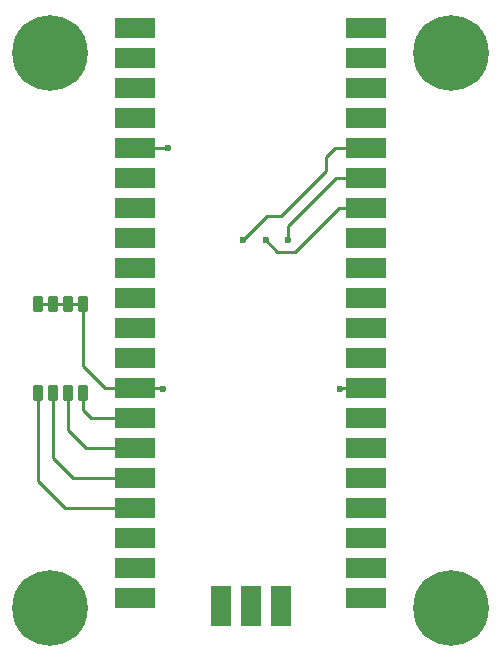
<source format=gbr>
%TF.GenerationSoftware,KiCad,Pcbnew,(6.99.0-1335-gdeb7a0beff)*%
%TF.CreationDate,2022-04-17T14:10:24+02:00*%
%TF.ProjectId,pcb_proto,7063625f-7072-46f7-946f-2e6b69636164,rev?*%
%TF.SameCoordinates,Original*%
%TF.FileFunction,Copper,L2,Bot*%
%TF.FilePolarity,Positive*%
%FSLAX46Y46*%
G04 Gerber Fmt 4.6, Leading zero omitted, Abs format (unit mm)*
G04 Created by KiCad (PCBNEW (6.99.0-1335-gdeb7a0beff)) date 2022-04-17 14:10:24*
%MOMM*%
%LPD*%
G01*
G04 APERTURE LIST*
G04 Aperture macros list*
%AMRoundRect*
0 Rectangle with rounded corners*
0 $1 Rounding radius*
0 $2 $3 $4 $5 $6 $7 $8 $9 X,Y pos of 4 corners*
0 Add a 4 corners polygon primitive as box body*
4,1,4,$2,$3,$4,$5,$6,$7,$8,$9,$2,$3,0*
0 Add four circle primitives for the rounded corners*
1,1,$1+$1,$2,$3*
1,1,$1+$1,$4,$5*
1,1,$1+$1,$6,$7*
1,1,$1+$1,$8,$9*
0 Add four rect primitives between the rounded corners*
20,1,$1+$1,$2,$3,$4,$5,0*
20,1,$1+$1,$4,$5,$6,$7,0*
20,1,$1+$1,$6,$7,$8,$9,0*
20,1,$1+$1,$8,$9,$2,$3,0*%
G04 Aperture macros list end*
%TA.AperFunction,ComponentPad*%
%ADD10C,0.800000*%
%TD*%
%TA.AperFunction,ComponentPad*%
%ADD11C,6.400000*%
%TD*%
%TA.AperFunction,SMDPad,CuDef*%
%ADD12RoundRect,0.038000X0.342000X0.597000X-0.342000X0.597000X-0.342000X-0.597000X0.342000X-0.597000X0*%
%TD*%
%TA.AperFunction,SMDPad,CuDef*%
%ADD13R,3.500000X1.700000*%
%TD*%
%TA.AperFunction,SMDPad,CuDef*%
%ADD14R,1.700000X3.500000*%
%TD*%
%TA.AperFunction,ViaPad*%
%ADD15C,0.600000*%
%TD*%
%TA.AperFunction,Conductor*%
%ADD16C,0.250000*%
%TD*%
G04 APERTURE END LIST*
D10*
%TO.P,H2,1*%
%TO.N,N/C*%
X110600000Y-105000000D03*
X111302944Y-103302944D03*
X111302944Y-106697056D03*
X113000000Y-102600000D03*
D11*
X113000000Y-105000000D03*
D10*
X113000000Y-107400000D03*
X114697056Y-103302944D03*
X114697056Y-106697056D03*
X115400000Y-105000000D03*
%TD*%
%TO.P,H3,1*%
%TO.N,N/C*%
X144600000Y-105000000D03*
X145302944Y-103302944D03*
X145302944Y-106697056D03*
X147000000Y-102600000D03*
D11*
X147000000Y-105000000D03*
D10*
X147000000Y-107400000D03*
X148697056Y-103302944D03*
X148697056Y-106697056D03*
X149400000Y-105000000D03*
%TD*%
%TO.P,H1,1*%
%TO.N,N/C*%
X110600000Y-58000000D03*
X111302944Y-56302944D03*
X111302944Y-59697056D03*
X113000000Y-55600000D03*
D11*
X113000000Y-58000000D03*
D10*
X113000000Y-60400000D03*
X114697056Y-56302944D03*
X114697056Y-59697056D03*
X115400000Y-58000000D03*
%TD*%
%TO.P,H4,1*%
%TO.N,N/C*%
X144600000Y-58000000D03*
X145302944Y-56302944D03*
X145302944Y-59697056D03*
X147000000Y-55600000D03*
D11*
X147000000Y-58000000D03*
D10*
X147000000Y-60400000D03*
X148697056Y-56302944D03*
X148697056Y-59697056D03*
X149400000Y-58000000D03*
%TD*%
D12*
%TO.P,S1,1*%
%TO.N,/SW0*%
X115800000Y-86800000D03*
%TO.P,S1,2*%
%TO.N,/SW1*%
X114530000Y-86800000D03*
%TO.P,S1,3*%
%TO.N,/SW2*%
X113260000Y-86800000D03*
%TO.P,S1,4*%
%TO.N,/SW3*%
X111990000Y-86800000D03*
%TO.P,S1,5*%
%TO.N,GND*%
X111990000Y-79200000D03*
%TO.P,S1,6*%
X113260000Y-79200000D03*
%TO.P,S1,7*%
X114530000Y-79200000D03*
%TO.P,S1,8*%
X115800000Y-79200000D03*
%TD*%
D13*
%TO.P,U1,1,GPIO0*%
%TO.N,unconnected-(U1-GPIO0)*%
X139789999Y-55869999D03*
%TO.P,U1,2,GPIO1*%
%TO.N,unconnected-(U1-GPIO1)*%
X139789999Y-58409999D03*
%TO.P,U1,3,GND*%
%TO.N,unconnected-(U1-GND)_3*%
X139789999Y-60949999D03*
%TO.P,U1,4,GPIO2*%
%TO.N,unconnected-(U1-GPIO2)*%
X139789999Y-63489999D03*
%TO.P,U1,5,GPIO3*%
%TO.N,/INT*%
X139789999Y-66029999D03*
%TO.P,U1,6,GPIO4*%
%TO.N,/SDA*%
X139789999Y-68569999D03*
%TO.P,U1,7,GPIO5*%
%TO.N,/SCL*%
X139789999Y-71109999D03*
%TO.P,U1,8,GND*%
%TO.N,unconnected-(U1-GND)*%
X139789999Y-73649999D03*
%TO.P,U1,9,GPIO6*%
%TO.N,unconnected-(U1-GPIO6)*%
X139789999Y-76189999D03*
%TO.P,U1,10,GPIO7*%
%TO.N,unconnected-(U1-GPIO7)*%
X139789999Y-78729999D03*
%TO.P,U1,11,GPIO8*%
%TO.N,unconnected-(U1-GPIO8)*%
X139789999Y-81269999D03*
%TO.P,U1,12,GPIO9*%
%TO.N,unconnected-(U1-GPIO9)*%
X139789999Y-83809999D03*
%TO.P,U1,13,GND*%
%TO.N,GND*%
X139789999Y-86349999D03*
%TO.P,U1,14,GPIO10*%
%TO.N,unconnected-(U1-GPIO10)*%
X139789999Y-88889999D03*
%TO.P,U1,15,GPIO11*%
%TO.N,unconnected-(U1-GPIO11)*%
X139789999Y-91429999D03*
%TO.P,U1,16,GPIO12*%
%TO.N,unconnected-(U1-GPIO12)*%
X139789999Y-93969999D03*
%TO.P,U1,17,GPIO13*%
%TO.N,unconnected-(U1-GPIO13)*%
X139789999Y-96509999D03*
%TO.P,U1,18,GND*%
%TO.N,unconnected-(U1-GND)_1*%
X139789999Y-99049999D03*
%TO.P,U1,19,GPIO14*%
%TO.N,unconnected-(U1-GPIO14)*%
X139789999Y-101589999D03*
%TO.P,U1,20,GPIO15*%
%TO.N,unconnected-(U1-GPIO15)*%
X139789999Y-104129999D03*
%TO.P,U1,21,GPIO16*%
%TO.N,unconnected-(U1-GPIO16)*%
X120209999Y-104129999D03*
%TO.P,U1,22,GPIO17*%
%TO.N,unconnected-(U1-GPIO17)*%
X120209999Y-101589999D03*
%TO.P,U1,23,GND*%
%TO.N,unconnected-(U1-GND)_2*%
X120209999Y-99049999D03*
%TO.P,U1,24,GPIO18*%
%TO.N,/SW3*%
X120209999Y-96509999D03*
%TO.P,U1,25,GPIO19*%
%TO.N,/SW2*%
X120209999Y-93969999D03*
%TO.P,U1,26,GPIO20*%
%TO.N,/SW1*%
X120209999Y-91429999D03*
%TO.P,U1,27,GPIO21*%
%TO.N,/SW0*%
X120209999Y-88889999D03*
%TO.P,U1,28,GND*%
%TO.N,GND*%
X120209999Y-86349999D03*
%TO.P,U1,29,GPIO22*%
%TO.N,unconnected-(U1-GPIO22)*%
X120209999Y-83809999D03*
%TO.P,U1,30,RUN*%
%TO.N,unconnected-(U1-RUN)*%
X120209999Y-81269999D03*
%TO.P,U1,31,GPIO26_ADC0*%
%TO.N,unconnected-(U1-GPIO26_ADC0)*%
X120209999Y-78729999D03*
%TO.P,U1,32,GPIO27_ADC1*%
%TO.N,unconnected-(U1-GPIO27_ADC1)*%
X120209999Y-76189999D03*
%TO.P,U1,33,AGND*%
%TO.N,unconnected-(U1-AGND)*%
X120209999Y-73649999D03*
%TO.P,U1,34,GPIO28_ADC2*%
%TO.N,unconnected-(U1-GPIO28_ADC2)*%
X120209999Y-71109999D03*
%TO.P,U1,35,ADC_VREF*%
%TO.N,unconnected-(U1-ADC_VREF)*%
X120209999Y-68569999D03*
%TO.P,U1,36,3V3*%
%TO.N,+3V3*%
X120209999Y-66029999D03*
%TO.P,U1,37,3V3_EN*%
%TO.N,unconnected-(U1-3V3_EN)*%
X120209999Y-63489999D03*
%TO.P,U1,38,GND*%
%TO.N,unconnected-(U1-GND)_4*%
X120209999Y-60949999D03*
%TO.P,U1,39,VSYS*%
%TO.N,unconnected-(U1-VSYS)*%
X120209999Y-58409999D03*
%TO.P,U1,40,VBUS*%
%TO.N,unconnected-(U1-VBUS)*%
X120209999Y-55869999D03*
D14*
%TO.P,U1,41,SWCLK*%
%TO.N,unconnected-(U1-SWCLK)*%
X132539999Y-104799999D03*
%TO.P,U1,42,GND*%
%TO.N,unconnected-(U1-GND)_5*%
X129999999Y-104799999D03*
%TO.P,U1,43,SWDIO*%
%TO.N,unconnected-(U1-SWDIO)*%
X127459999Y-104799999D03*
%TD*%
D15*
%TO.N,GND*%
X137600000Y-86400000D03*
X122600000Y-86400000D03*
%TO.N,/SDA*%
X133200000Y-73800000D03*
%TO.N,/SCL*%
X131270000Y-73800000D03*
%TO.N,/INT*%
X129400000Y-73800000D03*
%TO.N,+3V3*%
X123000000Y-66000000D03*
%TD*%
D16*
%TO.N,GND*%
X121110000Y-86350000D02*
X117650000Y-86350000D01*
X115800000Y-84500000D02*
X115800000Y-79200000D01*
X137650000Y-86350000D02*
X137600000Y-86400000D01*
X122550000Y-86350000D02*
X122600000Y-86400000D01*
X115800000Y-79200000D02*
X112095000Y-79200000D01*
X117650000Y-86350000D02*
X115800000Y-84500000D01*
X138890000Y-86350000D02*
X137650000Y-86350000D01*
X121110000Y-86350000D02*
X122550000Y-86350000D01*
%TO.N,/SDA*%
X133200000Y-72600000D02*
X137230000Y-68570000D01*
X133200000Y-73800000D02*
X133200000Y-72600000D01*
X137230000Y-68570000D02*
X138890000Y-68570000D01*
%TO.N,/SCL*%
X133800000Y-74800000D02*
X137490000Y-71110000D01*
X137490000Y-71110000D02*
X138890000Y-71110000D01*
X132270000Y-74800000D02*
X133800000Y-74800000D01*
X131270000Y-73800000D02*
X132270000Y-74800000D01*
%TO.N,/INT*%
X129400000Y-73800000D02*
X131400000Y-71800000D01*
X137170000Y-66030000D02*
X138890000Y-66030000D01*
X131400000Y-71800000D02*
X132600000Y-71800000D01*
X132600000Y-71800000D02*
X136400000Y-68000000D01*
X136400000Y-66800000D02*
X137170000Y-66030000D01*
X136400000Y-68000000D02*
X136400000Y-66800000D01*
%TO.N,+3V3*%
X123000000Y-66000000D02*
X121140000Y-66000000D01*
X121140000Y-66000000D02*
X121110000Y-66030000D01*
%TO.N,/SW0*%
X121110000Y-88890000D02*
X116490000Y-88890000D01*
X115800000Y-88200000D02*
X115800000Y-86800000D01*
X116490000Y-88890000D02*
X115800000Y-88200000D01*
%TO.N,/SW1*%
X114530000Y-89930000D02*
X114530000Y-86800000D01*
X121110000Y-91430000D02*
X116030000Y-91430000D01*
X116030000Y-91430000D02*
X114530000Y-89930000D01*
%TO.N,/SW2*%
X114970000Y-93970000D02*
X113260000Y-92260000D01*
X121110000Y-93970000D02*
X114970000Y-93970000D01*
X113260000Y-92260000D02*
X113260000Y-86800000D01*
%TO.N,/SW3*%
X114310000Y-96510000D02*
X111990000Y-94190000D01*
X121110000Y-96510000D02*
X114310000Y-96510000D01*
X111990000Y-94190000D02*
X111990000Y-86800000D01*
%TD*%
M02*

</source>
